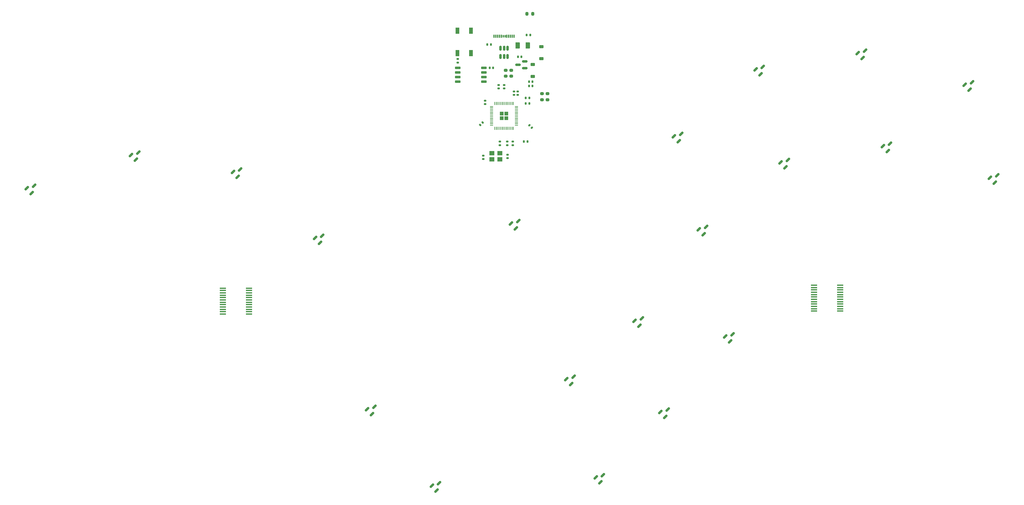
<source format=gtp>
G04 #@! TF.GenerationSoftware,KiCad,Pcbnew,(7.0.0)*
G04 #@! TF.CreationDate,2023-03-26T02:59:07-07:00*
G04 #@! TF.ProjectId,HallBox,48616c6c-426f-4782-9e6b-696361645f70,rev?*
G04 #@! TF.SameCoordinates,Original*
G04 #@! TF.FileFunction,Paste,Top*
G04 #@! TF.FilePolarity,Positive*
%FSLAX46Y46*%
G04 Gerber Fmt 4.6, Leading zero omitted, Abs format (unit mm)*
G04 Created by KiCad (PCBNEW (7.0.0)) date 2023-03-26 02:59:07*
%MOMM*%
%LPD*%
G01*
G04 APERTURE LIST*
G04 Aperture macros list*
%AMRoundRect*
0 Rectangle with rounded corners*
0 $1 Rounding radius*
0 $2 $3 $4 $5 $6 $7 $8 $9 X,Y pos of 4 corners*
0 Add a 4 corners polygon primitive as box body*
4,1,4,$2,$3,$4,$5,$6,$7,$8,$9,$2,$3,0*
0 Add four circle primitives for the rounded corners*
1,1,$1+$1,$2,$3*
1,1,$1+$1,$4,$5*
1,1,$1+$1,$6,$7*
1,1,$1+$1,$8,$9*
0 Add four rect primitives between the rounded corners*
20,1,$1+$1,$2,$3,$4,$5,0*
20,1,$1+$1,$4,$5,$6,$7,0*
20,1,$1+$1,$6,$7,$8,$9,0*
20,1,$1+$1,$8,$9,$2,$3,0*%
G04 Aperture macros list end*
%ADD10R,1.750000X0.450000*%
%ADD11RoundRect,0.135000X0.135000X0.185000X-0.135000X0.185000X-0.135000X-0.185000X0.135000X-0.185000X0*%
%ADD12RoundRect,0.200000X-0.275000X0.200000X-0.275000X-0.200000X0.275000X-0.200000X0.275000X0.200000X0*%
%ADD13RoundRect,0.200000X0.275000X-0.200000X0.275000X0.200000X-0.275000X0.200000X-0.275000X-0.200000X0*%
%ADD14RoundRect,0.135000X-0.185000X0.135000X-0.185000X-0.135000X0.185000X-0.135000X0.185000X0.135000X0*%
%ADD15RoundRect,0.140000X-0.219203X-0.021213X-0.021213X-0.219203X0.219203X0.021213X0.021213X0.219203X0*%
%ADD16RoundRect,0.225000X0.375000X-0.225000X0.375000X0.225000X-0.375000X0.225000X-0.375000X-0.225000X0*%
%ADD17RoundRect,0.150000X-0.309359X-0.521491X0.521491X0.309359X0.309359X0.521491X-0.521491X-0.309359X0*%
%ADD18RoundRect,0.140000X0.170000X-0.140000X0.170000X0.140000X-0.170000X0.140000X-0.170000X-0.140000X0*%
%ADD19RoundRect,0.200000X0.200000X0.275000X-0.200000X0.275000X-0.200000X-0.275000X0.200000X-0.275000X0*%
%ADD20RoundRect,0.150000X0.587500X0.150000X-0.587500X0.150000X-0.587500X-0.150000X0.587500X-0.150000X0*%
%ADD21RoundRect,0.140000X0.140000X0.170000X-0.140000X0.170000X-0.140000X-0.170000X0.140000X-0.170000X0*%
%ADD22RoundRect,0.140000X-0.140000X-0.170000X0.140000X-0.170000X0.140000X0.170000X-0.140000X0.170000X0*%
%ADD23R,1.100000X1.800000*%
%ADD24RoundRect,0.140000X-0.170000X0.140000X-0.170000X-0.140000X0.170000X-0.140000X0.170000X0.140000X0*%
%ADD25RoundRect,0.050000X-0.050000X-0.387500X0.050000X-0.387500X0.050000X0.387500X-0.050000X0.387500X0*%
%ADD26RoundRect,0.050000X-0.387500X-0.050000X0.387500X-0.050000X0.387500X0.050000X-0.387500X0.050000X0*%
%ADD27RoundRect,0.250000X-0.292217X-0.292217X0.292217X-0.292217X0.292217X0.292217X-0.292217X0.292217X0*%
%ADD28R,1.400000X1.200000*%
%ADD29R,0.300000X0.900000*%
%ADD30R,0.300000X0.700000*%
%ADD31RoundRect,0.135000X0.185000X-0.135000X0.185000X0.135000X-0.185000X0.135000X-0.185000X-0.135000X0*%
%ADD32RoundRect,0.140000X-0.021213X0.219203X-0.219203X0.021213X0.021213X-0.219203X0.219203X-0.021213X0*%
%ADD33RoundRect,0.250000X-0.375000X-0.625000X0.375000X-0.625000X0.375000X0.625000X-0.375000X0.625000X0*%
%ADD34RoundRect,0.135000X-0.135000X-0.185000X0.135000X-0.185000X0.135000X0.185000X-0.135000X0.185000X0*%
%ADD35RoundRect,0.150000X-0.150000X0.512500X-0.150000X-0.512500X0.150000X-0.512500X0.150000X0.512500X0*%
%ADD36RoundRect,0.150000X-0.650000X-0.150000X0.650000X-0.150000X0.650000X0.150000X-0.650000X0.150000X0*%
G04 APERTURE END LIST*
D10*
X126629999Y-102244999D03*
X126629999Y-102894999D03*
X126629999Y-103544999D03*
X126629999Y-104194999D03*
X126629999Y-104844999D03*
X126629999Y-105494999D03*
X126629999Y-106144999D03*
X126629999Y-106794999D03*
X126629999Y-107444999D03*
X126629999Y-108094999D03*
X126629999Y-108744999D03*
X126629999Y-109394999D03*
X133829999Y-109394999D03*
X133829999Y-108744999D03*
X133829999Y-108094999D03*
X133829999Y-107444999D03*
X133829999Y-106794999D03*
X133829999Y-106144999D03*
X133829999Y-105494999D03*
X133829999Y-104844999D03*
X133829999Y-104194999D03*
X133829999Y-103544999D03*
X133829999Y-102894999D03*
X133829999Y-102244999D03*
D11*
X200457974Y-35067254D03*
X199437974Y-35067254D03*
D12*
X214547974Y-48617254D03*
X214547974Y-50267254D03*
D13*
X216087974Y-50267254D03*
X216087974Y-48617254D03*
D12*
X204527974Y-42152254D03*
X204527974Y-43802254D03*
D14*
X191367974Y-39047254D03*
X191367974Y-40067254D03*
D15*
X211743385Y-57992558D03*
X211064563Y-57313736D03*
D16*
X211967974Y-40597254D03*
X211967974Y-43897254D03*
D10*
X296679999Y-101424999D03*
X296679999Y-102074999D03*
X296679999Y-102724999D03*
X296679999Y-103374999D03*
X296679999Y-104024999D03*
X296679999Y-104674999D03*
X296679999Y-105324999D03*
X296679999Y-105974999D03*
X296679999Y-106624999D03*
X296679999Y-107274999D03*
X296679999Y-107924999D03*
X296679999Y-108574999D03*
X289479999Y-108574999D03*
X289479999Y-107924999D03*
X289479999Y-107274999D03*
X289479999Y-106624999D03*
X289479999Y-105974999D03*
X289479999Y-105324999D03*
X289479999Y-104674999D03*
X289479999Y-104024999D03*
X289479999Y-103374999D03*
X289479999Y-102724999D03*
X289479999Y-102074999D03*
X289479999Y-101424999D03*
D17*
X240070000Y-111240000D03*
X241413503Y-112583503D03*
X242067577Y-110585926D03*
D18*
X198862724Y-50553272D03*
X198862724Y-51513272D03*
X204097974Y-46219504D03*
X204097974Y-47179504D03*
D17*
X301530000Y-37430000D03*
X302873503Y-38773503D03*
X303527577Y-36775926D03*
D19*
X210387974Y-26557254D03*
X212037974Y-26557254D03*
D18*
X207879724Y-48013272D03*
X207879724Y-48973272D03*
D17*
X221260000Y-127340000D03*
X222603503Y-128683503D03*
X223257577Y-126685926D03*
X229320000Y-154460000D03*
X230663503Y-155803503D03*
X231317577Y-153805926D03*
D18*
X202573974Y-46219504D03*
X202573974Y-47179504D03*
D20*
X207932974Y-40657254D03*
X209807974Y-39707254D03*
X209807974Y-41607254D03*
D21*
X210957974Y-45262254D03*
X211917974Y-45262254D03*
D17*
X206000000Y-84400000D03*
X207343503Y-85743503D03*
X207997577Y-83745926D03*
X166380000Y-135620000D03*
X167723503Y-136963503D03*
X168377577Y-134965926D03*
X280255336Y-67571161D03*
X281598839Y-68914664D03*
X282252913Y-66917087D03*
X184200000Y-156720000D03*
X185543503Y-158063503D03*
X186197577Y-156065926D03*
D22*
X211054974Y-51271504D03*
X210094974Y-51271504D03*
D23*
X191277973Y-37437253D03*
X191277973Y-31237253D03*
X194977973Y-37437253D03*
X194977973Y-31237253D03*
D18*
X206863724Y-48013272D03*
X206863724Y-48973272D03*
D17*
X337900000Y-71800000D03*
X339243503Y-73143503D03*
X339897577Y-71145926D03*
X331000000Y-46140000D03*
X332343503Y-47483503D03*
X332997577Y-45485926D03*
X72662423Y-74684074D03*
X74005926Y-76027577D03*
X74660000Y-74030000D03*
X247142423Y-136374074D03*
X248485926Y-137717577D03*
X249140000Y-135720000D03*
D24*
X204986974Y-62800504D03*
X204986974Y-61840504D03*
D21*
X207937974Y-38417254D03*
X208897974Y-38417254D03*
D25*
X201497974Y-51294754D03*
X201897974Y-51294754D03*
X202297974Y-51294754D03*
X202697974Y-51294754D03*
X203097974Y-51294754D03*
X203497974Y-51294754D03*
X203897974Y-51294754D03*
X204297974Y-51294754D03*
X204697974Y-51294754D03*
X205097974Y-51294754D03*
X205497974Y-51294754D03*
X205897974Y-51294754D03*
X206297974Y-51294754D03*
X206697974Y-51294754D03*
D26*
X207535474Y-52132254D03*
X207535474Y-52532254D03*
X207535474Y-52932254D03*
X207535474Y-53332254D03*
X207535474Y-53732254D03*
X207535474Y-54132254D03*
X207535474Y-54532254D03*
X207535474Y-54932254D03*
X207535474Y-55332254D03*
X207535474Y-55732254D03*
X207535474Y-56132254D03*
X207535474Y-56532254D03*
X207535474Y-56932254D03*
X207535474Y-57332254D03*
D25*
X206697974Y-58169754D03*
X206297974Y-58169754D03*
X205897974Y-58169754D03*
X205497974Y-58169754D03*
X205097974Y-58169754D03*
X204697974Y-58169754D03*
X204297974Y-58169754D03*
X203897974Y-58169754D03*
X203497974Y-58169754D03*
X203097974Y-58169754D03*
X202697974Y-58169754D03*
X202297974Y-58169754D03*
X201897974Y-58169754D03*
X201497974Y-58169754D03*
D26*
X200660474Y-57332254D03*
X200660474Y-56932254D03*
X200660474Y-56532254D03*
X200660474Y-56132254D03*
X200660474Y-55732254D03*
X200660474Y-55332254D03*
X200660474Y-54932254D03*
X200660474Y-54532254D03*
X200660474Y-54132254D03*
X200660474Y-53732254D03*
X200660474Y-53332254D03*
X200660474Y-52932254D03*
X200660474Y-52532254D03*
X200660474Y-52132254D03*
D27*
X204735474Y-55369754D03*
X204735474Y-54094754D03*
X203460474Y-55369754D03*
X203460474Y-54094754D03*
D28*
X202911973Y-66726503D03*
X200711973Y-66726503D03*
X200711973Y-65026503D03*
X202911973Y-65026503D03*
D22*
X211917974Y-46462254D03*
X210957974Y-46462254D03*
D17*
X273370000Y-41900000D03*
X274713503Y-43243503D03*
X275367577Y-41245926D03*
D29*
X201346473Y-32757253D03*
X201846473Y-32757253D03*
X202346473Y-32757253D03*
X202846473Y-32757253D03*
X203346473Y-32757253D03*
D30*
X203846473Y-32757253D03*
X204346473Y-32757253D03*
D29*
X204846473Y-32757253D03*
X205346473Y-32757253D03*
X205846473Y-32757253D03*
X206346473Y-32757253D03*
X206846473Y-32757253D03*
D17*
X101370000Y-65490000D03*
X102713503Y-66833503D03*
X103367577Y-64835926D03*
D12*
X206057974Y-43802254D03*
X206057974Y-42152254D03*
D31*
X202954974Y-62830504D03*
X202954974Y-61810504D03*
D32*
X197507313Y-57214683D03*
X198186135Y-56535861D03*
D33*
X210627974Y-35297254D03*
X207827974Y-35297254D03*
D22*
X201097974Y-41477254D03*
X200137974Y-41477254D03*
D17*
X129420000Y-70190000D03*
X130763503Y-71533503D03*
X131417577Y-69535926D03*
D24*
X198382974Y-66626272D03*
X198382974Y-65666272D03*
D11*
X209507974Y-61767254D03*
X210527974Y-61767254D03*
D17*
X152045336Y-88411161D03*
X153388839Y-89754664D03*
X154042913Y-87757087D03*
X250870000Y-60370000D03*
X252213503Y-61713503D03*
X252867577Y-59715926D03*
D34*
X211287974Y-32407254D03*
X210267974Y-32407254D03*
D17*
X265042423Y-115594074D03*
X266385926Y-116937577D03*
X267040000Y-114940000D03*
D22*
X211054974Y-49747504D03*
X210094974Y-49747504D03*
D17*
X308420000Y-63090000D03*
X309763503Y-64433503D03*
X310417577Y-62435926D03*
D35*
X205047974Y-38324754D03*
X204097974Y-38324754D03*
X203147974Y-38324754D03*
X203147974Y-36049754D03*
X204097974Y-36049754D03*
X205047974Y-36049754D03*
D17*
X257752423Y-86014074D03*
X259095926Y-87357577D03*
X259750000Y-85360000D03*
D16*
X214347974Y-35667254D03*
X214347974Y-38967254D03*
D36*
X198567974Y-41482254D03*
X198567974Y-42752254D03*
X198567974Y-44022254D03*
X198567974Y-45292254D03*
X191367974Y-45292254D03*
X191367974Y-44022254D03*
X191367974Y-42752254D03*
X191367974Y-41482254D03*
D24*
X206510974Y-62800504D03*
X206510974Y-61840504D03*
D18*
X205085724Y-65412272D03*
X205085724Y-66372272D03*
M02*

</source>
